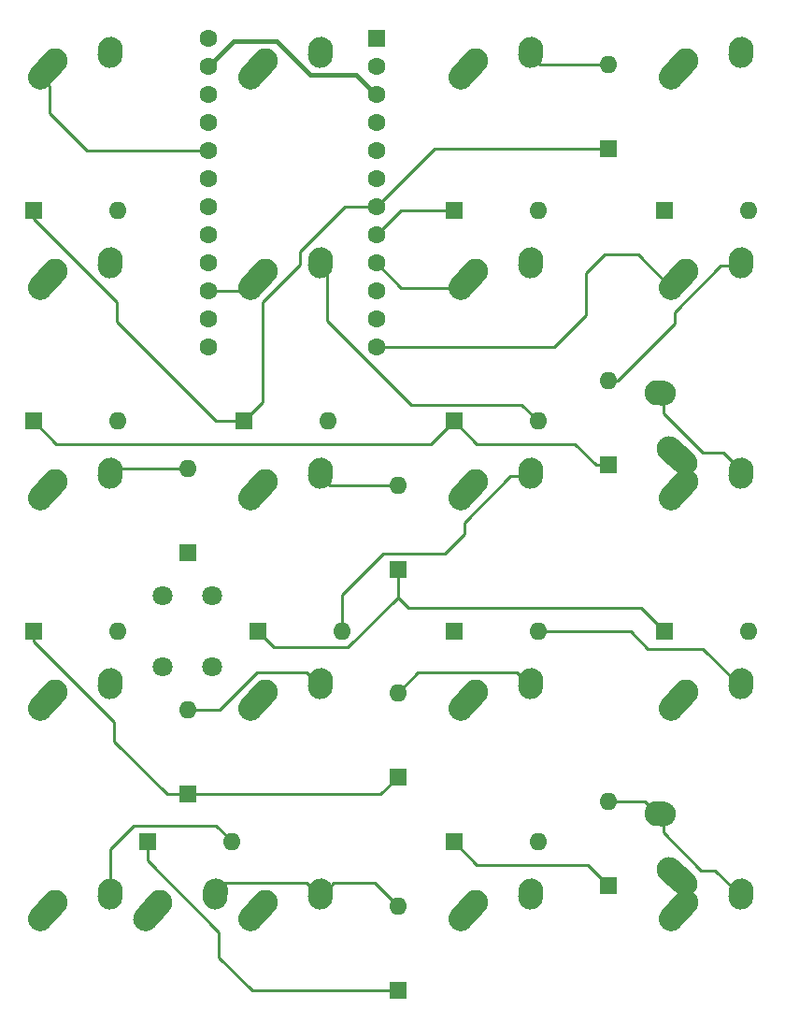
<source format=gbl>
G04 #@! TF.GenerationSoftware,KiCad,Pcbnew,5.1.10-5.1.10*
G04 #@! TF.CreationDate,2021-07-11T16:52:34+05:30*
G04 #@! TF.ProjectId,Soyuz,536f7975-7a2e-46b6-9963-61645f706362,rev?*
G04 #@! TF.SameCoordinates,Original*
G04 #@! TF.FileFunction,Copper,L2,Bot*
G04 #@! TF.FilePolarity,Positive*
%FSLAX46Y46*%
G04 Gerber Fmt 4.6, Leading zero omitted, Abs format (unit mm)*
G04 Created by KiCad (PCBNEW 5.1.10-5.1.10) date 2021-07-11 16:52:34*
%MOMM*%
%LPD*%
G01*
G04 APERTURE LIST*
G04 #@! TA.AperFunction,ComponentPad*
%ADD10C,1.600000*%
G04 #@! TD*
G04 #@! TA.AperFunction,ComponentPad*
%ADD11R,1.600000X1.600000*%
G04 #@! TD*
G04 #@! TA.AperFunction,ComponentPad*
%ADD12C,2.250000*%
G04 #@! TD*
G04 #@! TA.AperFunction,ComponentPad*
%ADD13C,1.800000*%
G04 #@! TD*
G04 #@! TA.AperFunction,ComponentPad*
%ADD14O,1.600000X1.600000*%
G04 #@! TD*
G04 #@! TA.AperFunction,Conductor*
%ADD15C,0.250000*%
G04 #@! TD*
G04 #@! TA.AperFunction,Conductor*
%ADD16C,0.381000*%
G04 #@! TD*
G04 APERTURE END LIST*
D10*
X51117500Y-33655000D03*
X51117500Y-36195000D03*
X51117500Y-38735000D03*
X51117500Y-41275000D03*
X51117500Y-43815000D03*
X51117500Y-46355000D03*
X51117500Y-48895000D03*
X51117500Y-51435000D03*
X51117500Y-53975000D03*
X51117500Y-56515000D03*
X51117500Y-59055000D03*
X51117500Y-61595000D03*
X66357500Y-61595000D03*
X66357500Y-59055000D03*
X66357500Y-56515000D03*
X66357500Y-53975000D03*
X66357500Y-51435000D03*
X66357500Y-48895000D03*
X66357500Y-46355000D03*
X66357500Y-43815000D03*
X66357500Y-41275000D03*
X66357500Y-38735000D03*
X66357500Y-36195000D03*
D11*
X66357500Y-33655000D03*
D12*
X37187500Y-35687500D03*
G04 #@! TA.AperFunction,ComponentPad*
G36*
G01*
X35126188Y-37984850D02*
X35126183Y-37984845D01*
G75*
G02*
X35040155Y-36396183I751317J837345D01*
G01*
X36350157Y-34936183D01*
G75*
G02*
X37938819Y-34850155I837345J-751317D01*
G01*
X37938819Y-34850155D01*
G75*
G02*
X38024847Y-36438817I-751317J-837345D01*
G01*
X36714845Y-37898817D01*
G75*
G02*
X35126183Y-37984845I-837345J751317D01*
G01*
G37*
G04 #@! TD.AperFunction*
X42227500Y-34607500D03*
G04 #@! TA.AperFunction,ComponentPad*
G36*
G01*
X42110983Y-36309895D02*
X42110097Y-36309834D01*
G75*
G02*
X41065166Y-35110097I77403J1122334D01*
G01*
X41105166Y-34530097D01*
G75*
G02*
X42304903Y-33485166I1122334J-77403D01*
G01*
X42304903Y-33485166D01*
G75*
G02*
X43349834Y-34684903I-77403J-1122334D01*
G01*
X43309834Y-35264903D01*
G75*
G02*
X42110097Y-36309834I-1122334J77403D01*
G01*
G37*
G04 #@! TD.AperFunction*
X56237500Y-35687500D03*
G04 #@! TA.AperFunction,ComponentPad*
G36*
G01*
X54176188Y-37984850D02*
X54176183Y-37984845D01*
G75*
G02*
X54090155Y-36396183I751317J837345D01*
G01*
X55400157Y-34936183D01*
G75*
G02*
X56988819Y-34850155I837345J-751317D01*
G01*
X56988819Y-34850155D01*
G75*
G02*
X57074847Y-36438817I-751317J-837345D01*
G01*
X55764845Y-37898817D01*
G75*
G02*
X54176183Y-37984845I-837345J751317D01*
G01*
G37*
G04 #@! TD.AperFunction*
X61277500Y-34607500D03*
G04 #@! TA.AperFunction,ComponentPad*
G36*
G01*
X61160983Y-36309895D02*
X61160097Y-36309834D01*
G75*
G02*
X60115166Y-35110097I77403J1122334D01*
G01*
X60155166Y-34530097D01*
G75*
G02*
X61354903Y-33485166I1122334J-77403D01*
G01*
X61354903Y-33485166D01*
G75*
G02*
X62399834Y-34684903I-77403J-1122334D01*
G01*
X62359834Y-35264903D01*
G75*
G02*
X61160097Y-36309834I-1122334J77403D01*
G01*
G37*
G04 #@! TD.AperFunction*
X75287500Y-35687500D03*
G04 #@! TA.AperFunction,ComponentPad*
G36*
G01*
X73226188Y-37984850D02*
X73226183Y-37984845D01*
G75*
G02*
X73140155Y-36396183I751317J837345D01*
G01*
X74450157Y-34936183D01*
G75*
G02*
X76038819Y-34850155I837345J-751317D01*
G01*
X76038819Y-34850155D01*
G75*
G02*
X76124847Y-36438817I-751317J-837345D01*
G01*
X74814845Y-37898817D01*
G75*
G02*
X73226183Y-37984845I-837345J751317D01*
G01*
G37*
G04 #@! TD.AperFunction*
X80327500Y-34607500D03*
G04 #@! TA.AperFunction,ComponentPad*
G36*
G01*
X80210983Y-36309895D02*
X80210097Y-36309834D01*
G75*
G02*
X79165166Y-35110097I77403J1122334D01*
G01*
X79205166Y-34530097D01*
G75*
G02*
X80404903Y-33485166I1122334J-77403D01*
G01*
X80404903Y-33485166D01*
G75*
G02*
X81449834Y-34684903I-77403J-1122334D01*
G01*
X81409834Y-35264903D01*
G75*
G02*
X80210097Y-36309834I-1122334J77403D01*
G01*
G37*
G04 #@! TD.AperFunction*
X94337500Y-35687500D03*
G04 #@! TA.AperFunction,ComponentPad*
G36*
G01*
X92276188Y-37984850D02*
X92276183Y-37984845D01*
G75*
G02*
X92190155Y-36396183I751317J837345D01*
G01*
X93500157Y-34936183D01*
G75*
G02*
X95088819Y-34850155I837345J-751317D01*
G01*
X95088819Y-34850155D01*
G75*
G02*
X95174847Y-36438817I-751317J-837345D01*
G01*
X93864845Y-37898817D01*
G75*
G02*
X92276183Y-37984845I-837345J751317D01*
G01*
G37*
G04 #@! TD.AperFunction*
X99377500Y-34607500D03*
G04 #@! TA.AperFunction,ComponentPad*
G36*
G01*
X99260983Y-36309895D02*
X99260097Y-36309834D01*
G75*
G02*
X98215166Y-35110097I77403J1122334D01*
G01*
X98255166Y-34530097D01*
G75*
G02*
X99454903Y-33485166I1122334J-77403D01*
G01*
X99454903Y-33485166D01*
G75*
G02*
X100499834Y-34684903I-77403J-1122334D01*
G01*
X100459834Y-35264903D01*
G75*
G02*
X99260097Y-36309834I-1122334J77403D01*
G01*
G37*
G04 #@! TD.AperFunction*
X37187500Y-54737500D03*
G04 #@! TA.AperFunction,ComponentPad*
G36*
G01*
X35126188Y-57034850D02*
X35126183Y-57034845D01*
G75*
G02*
X35040155Y-55446183I751317J837345D01*
G01*
X36350157Y-53986183D01*
G75*
G02*
X37938819Y-53900155I837345J-751317D01*
G01*
X37938819Y-53900155D01*
G75*
G02*
X38024847Y-55488817I-751317J-837345D01*
G01*
X36714845Y-56948817D01*
G75*
G02*
X35126183Y-57034845I-837345J751317D01*
G01*
G37*
G04 #@! TD.AperFunction*
X42227500Y-53657500D03*
G04 #@! TA.AperFunction,ComponentPad*
G36*
G01*
X42110983Y-55359895D02*
X42110097Y-55359834D01*
G75*
G02*
X41065166Y-54160097I77403J1122334D01*
G01*
X41105166Y-53580097D01*
G75*
G02*
X42304903Y-52535166I1122334J-77403D01*
G01*
X42304903Y-52535166D01*
G75*
G02*
X43349834Y-53734903I-77403J-1122334D01*
G01*
X43309834Y-54314903D01*
G75*
G02*
X42110097Y-55359834I-1122334J77403D01*
G01*
G37*
G04 #@! TD.AperFunction*
X56237500Y-54737500D03*
G04 #@! TA.AperFunction,ComponentPad*
G36*
G01*
X54176188Y-57034850D02*
X54176183Y-57034845D01*
G75*
G02*
X54090155Y-55446183I751317J837345D01*
G01*
X55400157Y-53986183D01*
G75*
G02*
X56988819Y-53900155I837345J-751317D01*
G01*
X56988819Y-53900155D01*
G75*
G02*
X57074847Y-55488817I-751317J-837345D01*
G01*
X55764845Y-56948817D01*
G75*
G02*
X54176183Y-57034845I-837345J751317D01*
G01*
G37*
G04 #@! TD.AperFunction*
X61277500Y-53657500D03*
G04 #@! TA.AperFunction,ComponentPad*
G36*
G01*
X61160983Y-55359895D02*
X61160097Y-55359834D01*
G75*
G02*
X60115166Y-54160097I77403J1122334D01*
G01*
X60155166Y-53580097D01*
G75*
G02*
X61354903Y-52535166I1122334J-77403D01*
G01*
X61354903Y-52535166D01*
G75*
G02*
X62399834Y-53734903I-77403J-1122334D01*
G01*
X62359834Y-54314903D01*
G75*
G02*
X61160097Y-55359834I-1122334J77403D01*
G01*
G37*
G04 #@! TD.AperFunction*
X75287500Y-54737500D03*
G04 #@! TA.AperFunction,ComponentPad*
G36*
G01*
X73226188Y-57034850D02*
X73226183Y-57034845D01*
G75*
G02*
X73140155Y-55446183I751317J837345D01*
G01*
X74450157Y-53986183D01*
G75*
G02*
X76038819Y-53900155I837345J-751317D01*
G01*
X76038819Y-53900155D01*
G75*
G02*
X76124847Y-55488817I-751317J-837345D01*
G01*
X74814845Y-56948817D01*
G75*
G02*
X73226183Y-57034845I-837345J751317D01*
G01*
G37*
G04 #@! TD.AperFunction*
X80327500Y-53657500D03*
G04 #@! TA.AperFunction,ComponentPad*
G36*
G01*
X80210983Y-55359895D02*
X80210097Y-55359834D01*
G75*
G02*
X79165166Y-54160097I77403J1122334D01*
G01*
X79205166Y-53580097D01*
G75*
G02*
X80404903Y-52535166I1122334J-77403D01*
G01*
X80404903Y-52535166D01*
G75*
G02*
X81449834Y-53734903I-77403J-1122334D01*
G01*
X81409834Y-54314903D01*
G75*
G02*
X80210097Y-55359834I-1122334J77403D01*
G01*
G37*
G04 #@! TD.AperFunction*
X94337500Y-54737500D03*
G04 #@! TA.AperFunction,ComponentPad*
G36*
G01*
X92276188Y-57034850D02*
X92276183Y-57034845D01*
G75*
G02*
X92190155Y-55446183I751317J837345D01*
G01*
X93500157Y-53986183D01*
G75*
G02*
X95088819Y-53900155I837345J-751317D01*
G01*
X95088819Y-53900155D01*
G75*
G02*
X95174847Y-55488817I-751317J-837345D01*
G01*
X93864845Y-56948817D01*
G75*
G02*
X92276183Y-57034845I-837345J751317D01*
G01*
G37*
G04 #@! TD.AperFunction*
X99377500Y-53657500D03*
G04 #@! TA.AperFunction,ComponentPad*
G36*
G01*
X99260983Y-55359895D02*
X99260097Y-55359834D01*
G75*
G02*
X98215166Y-54160097I77403J1122334D01*
G01*
X98255166Y-53580097D01*
G75*
G02*
X99454903Y-52535166I1122334J-77403D01*
G01*
X99454903Y-52535166D01*
G75*
G02*
X100499834Y-53734903I-77403J-1122334D01*
G01*
X100459834Y-54314903D01*
G75*
G02*
X99260097Y-55359834I-1122334J77403D01*
G01*
G37*
G04 #@! TD.AperFunction*
X92837500Y-70762500D03*
G04 #@! TA.AperFunction,ComponentPad*
G36*
G01*
X95134850Y-72823812D02*
X95134845Y-72823817D01*
G75*
G02*
X93546183Y-72909845I-837345J751317D01*
G01*
X92086183Y-71599843D01*
G75*
G02*
X92000155Y-70011181I751317J837345D01*
G01*
X92000155Y-70011181D01*
G75*
G02*
X93588817Y-69925153I837345J-751317D01*
G01*
X95048817Y-71235155D01*
G75*
G02*
X95134845Y-72823817I-751317J-837345D01*
G01*
G37*
G04 #@! TD.AperFunction*
X91757500Y-65722500D03*
G04 #@! TA.AperFunction,ComponentPad*
G36*
G01*
X93459895Y-65839017D02*
X93459834Y-65839903D01*
G75*
G02*
X92260097Y-66884834I-1122334J77403D01*
G01*
X91680097Y-66844834D01*
G75*
G02*
X90635166Y-65645097I77403J1122334D01*
G01*
X90635166Y-65645097D01*
G75*
G02*
X91834903Y-64600166I1122334J-77403D01*
G01*
X92414903Y-64640166D01*
G75*
G02*
X93459834Y-65839903I-77403J-1122334D01*
G01*
G37*
G04 #@! TD.AperFunction*
X37187500Y-73787500D03*
G04 #@! TA.AperFunction,ComponentPad*
G36*
G01*
X35126188Y-76084850D02*
X35126183Y-76084845D01*
G75*
G02*
X35040155Y-74496183I751317J837345D01*
G01*
X36350157Y-73036183D01*
G75*
G02*
X37938819Y-72950155I837345J-751317D01*
G01*
X37938819Y-72950155D01*
G75*
G02*
X38024847Y-74538817I-751317J-837345D01*
G01*
X36714845Y-75998817D01*
G75*
G02*
X35126183Y-76084845I-837345J751317D01*
G01*
G37*
G04 #@! TD.AperFunction*
X42227500Y-72707500D03*
G04 #@! TA.AperFunction,ComponentPad*
G36*
G01*
X42110983Y-74409895D02*
X42110097Y-74409834D01*
G75*
G02*
X41065166Y-73210097I77403J1122334D01*
G01*
X41105166Y-72630097D01*
G75*
G02*
X42304903Y-71585166I1122334J-77403D01*
G01*
X42304903Y-71585166D01*
G75*
G02*
X43349834Y-72784903I-77403J-1122334D01*
G01*
X43309834Y-73364903D01*
G75*
G02*
X42110097Y-74409834I-1122334J77403D01*
G01*
G37*
G04 #@! TD.AperFunction*
X56237500Y-73787500D03*
G04 #@! TA.AperFunction,ComponentPad*
G36*
G01*
X54176188Y-76084850D02*
X54176183Y-76084845D01*
G75*
G02*
X54090155Y-74496183I751317J837345D01*
G01*
X55400157Y-73036183D01*
G75*
G02*
X56988819Y-72950155I837345J-751317D01*
G01*
X56988819Y-72950155D01*
G75*
G02*
X57074847Y-74538817I-751317J-837345D01*
G01*
X55764845Y-75998817D01*
G75*
G02*
X54176183Y-76084845I-837345J751317D01*
G01*
G37*
G04 #@! TD.AperFunction*
X61277500Y-72707500D03*
G04 #@! TA.AperFunction,ComponentPad*
G36*
G01*
X61160983Y-74409895D02*
X61160097Y-74409834D01*
G75*
G02*
X60115166Y-73210097I77403J1122334D01*
G01*
X60155166Y-72630097D01*
G75*
G02*
X61354903Y-71585166I1122334J-77403D01*
G01*
X61354903Y-71585166D01*
G75*
G02*
X62399834Y-72784903I-77403J-1122334D01*
G01*
X62359834Y-73364903D01*
G75*
G02*
X61160097Y-74409834I-1122334J77403D01*
G01*
G37*
G04 #@! TD.AperFunction*
X75287500Y-73787500D03*
G04 #@! TA.AperFunction,ComponentPad*
G36*
G01*
X73226188Y-76084850D02*
X73226183Y-76084845D01*
G75*
G02*
X73140155Y-74496183I751317J837345D01*
G01*
X74450157Y-73036183D01*
G75*
G02*
X76038819Y-72950155I837345J-751317D01*
G01*
X76038819Y-72950155D01*
G75*
G02*
X76124847Y-74538817I-751317J-837345D01*
G01*
X74814845Y-75998817D01*
G75*
G02*
X73226183Y-76084845I-837345J751317D01*
G01*
G37*
G04 #@! TD.AperFunction*
X80327500Y-72707500D03*
G04 #@! TA.AperFunction,ComponentPad*
G36*
G01*
X80210983Y-74409895D02*
X80210097Y-74409834D01*
G75*
G02*
X79165166Y-73210097I77403J1122334D01*
G01*
X79205166Y-72630097D01*
G75*
G02*
X80404903Y-71585166I1122334J-77403D01*
G01*
X80404903Y-71585166D01*
G75*
G02*
X81449834Y-72784903I-77403J-1122334D01*
G01*
X81409834Y-73364903D01*
G75*
G02*
X80210097Y-74409834I-1122334J77403D01*
G01*
G37*
G04 #@! TD.AperFunction*
X94337500Y-73787500D03*
G04 #@! TA.AperFunction,ComponentPad*
G36*
G01*
X92276188Y-76084850D02*
X92276183Y-76084845D01*
G75*
G02*
X92190155Y-74496183I751317J837345D01*
G01*
X93500157Y-73036183D01*
G75*
G02*
X95088819Y-72950155I837345J-751317D01*
G01*
X95088819Y-72950155D01*
G75*
G02*
X95174847Y-74538817I-751317J-837345D01*
G01*
X93864845Y-75998817D01*
G75*
G02*
X92276183Y-76084845I-837345J751317D01*
G01*
G37*
G04 #@! TD.AperFunction*
X99377500Y-72707500D03*
G04 #@! TA.AperFunction,ComponentPad*
G36*
G01*
X99260983Y-74409895D02*
X99260097Y-74409834D01*
G75*
G02*
X98215166Y-73210097I77403J1122334D01*
G01*
X98255166Y-72630097D01*
G75*
G02*
X99454903Y-71585166I1122334J-77403D01*
G01*
X99454903Y-71585166D01*
G75*
G02*
X100499834Y-72784903I-77403J-1122334D01*
G01*
X100459834Y-73364903D01*
G75*
G02*
X99260097Y-74409834I-1122334J77403D01*
G01*
G37*
G04 #@! TD.AperFunction*
X37187500Y-92837500D03*
G04 #@! TA.AperFunction,ComponentPad*
G36*
G01*
X35126188Y-95134850D02*
X35126183Y-95134845D01*
G75*
G02*
X35040155Y-93546183I751317J837345D01*
G01*
X36350157Y-92086183D01*
G75*
G02*
X37938819Y-92000155I837345J-751317D01*
G01*
X37938819Y-92000155D01*
G75*
G02*
X38024847Y-93588817I-751317J-837345D01*
G01*
X36714845Y-95048817D01*
G75*
G02*
X35126183Y-95134845I-837345J751317D01*
G01*
G37*
G04 #@! TD.AperFunction*
X42227500Y-91757500D03*
G04 #@! TA.AperFunction,ComponentPad*
G36*
G01*
X42110983Y-93459895D02*
X42110097Y-93459834D01*
G75*
G02*
X41065166Y-92260097I77403J1122334D01*
G01*
X41105166Y-91680097D01*
G75*
G02*
X42304903Y-90635166I1122334J-77403D01*
G01*
X42304903Y-90635166D01*
G75*
G02*
X43349834Y-91834903I-77403J-1122334D01*
G01*
X43309834Y-92414903D01*
G75*
G02*
X42110097Y-93459834I-1122334J77403D01*
G01*
G37*
G04 #@! TD.AperFunction*
X56237500Y-92837500D03*
G04 #@! TA.AperFunction,ComponentPad*
G36*
G01*
X54176188Y-95134850D02*
X54176183Y-95134845D01*
G75*
G02*
X54090155Y-93546183I751317J837345D01*
G01*
X55400157Y-92086183D01*
G75*
G02*
X56988819Y-92000155I837345J-751317D01*
G01*
X56988819Y-92000155D01*
G75*
G02*
X57074847Y-93588817I-751317J-837345D01*
G01*
X55764845Y-95048817D01*
G75*
G02*
X54176183Y-95134845I-837345J751317D01*
G01*
G37*
G04 #@! TD.AperFunction*
X61277500Y-91757500D03*
G04 #@! TA.AperFunction,ComponentPad*
G36*
G01*
X61160983Y-93459895D02*
X61160097Y-93459834D01*
G75*
G02*
X60115166Y-92260097I77403J1122334D01*
G01*
X60155166Y-91680097D01*
G75*
G02*
X61354903Y-90635166I1122334J-77403D01*
G01*
X61354903Y-90635166D01*
G75*
G02*
X62399834Y-91834903I-77403J-1122334D01*
G01*
X62359834Y-92414903D01*
G75*
G02*
X61160097Y-93459834I-1122334J77403D01*
G01*
G37*
G04 #@! TD.AperFunction*
X75287500Y-92837500D03*
G04 #@! TA.AperFunction,ComponentPad*
G36*
G01*
X73226188Y-95134850D02*
X73226183Y-95134845D01*
G75*
G02*
X73140155Y-93546183I751317J837345D01*
G01*
X74450157Y-92086183D01*
G75*
G02*
X76038819Y-92000155I837345J-751317D01*
G01*
X76038819Y-92000155D01*
G75*
G02*
X76124847Y-93588817I-751317J-837345D01*
G01*
X74814845Y-95048817D01*
G75*
G02*
X73226183Y-95134845I-837345J751317D01*
G01*
G37*
G04 #@! TD.AperFunction*
X80327500Y-91757500D03*
G04 #@! TA.AperFunction,ComponentPad*
G36*
G01*
X80210983Y-93459895D02*
X80210097Y-93459834D01*
G75*
G02*
X79165166Y-92260097I77403J1122334D01*
G01*
X79205166Y-91680097D01*
G75*
G02*
X80404903Y-90635166I1122334J-77403D01*
G01*
X80404903Y-90635166D01*
G75*
G02*
X81449834Y-91834903I-77403J-1122334D01*
G01*
X81409834Y-92414903D01*
G75*
G02*
X80210097Y-93459834I-1122334J77403D01*
G01*
G37*
G04 #@! TD.AperFunction*
X94337500Y-92837500D03*
G04 #@! TA.AperFunction,ComponentPad*
G36*
G01*
X92276188Y-95134850D02*
X92276183Y-95134845D01*
G75*
G02*
X92190155Y-93546183I751317J837345D01*
G01*
X93500157Y-92086183D01*
G75*
G02*
X95088819Y-92000155I837345J-751317D01*
G01*
X95088819Y-92000155D01*
G75*
G02*
X95174847Y-93588817I-751317J-837345D01*
G01*
X93864845Y-95048817D01*
G75*
G02*
X92276183Y-95134845I-837345J751317D01*
G01*
G37*
G04 #@! TD.AperFunction*
X99377500Y-91757500D03*
G04 #@! TA.AperFunction,ComponentPad*
G36*
G01*
X99260983Y-93459895D02*
X99260097Y-93459834D01*
G75*
G02*
X98215166Y-92260097I77403J1122334D01*
G01*
X98255166Y-91680097D01*
G75*
G02*
X99454903Y-90635166I1122334J-77403D01*
G01*
X99454903Y-90635166D01*
G75*
G02*
X100499834Y-91834903I-77403J-1122334D01*
G01*
X100459834Y-92414903D01*
G75*
G02*
X99260097Y-93459834I-1122334J77403D01*
G01*
G37*
G04 #@! TD.AperFunction*
X92837500Y-108862500D03*
G04 #@! TA.AperFunction,ComponentPad*
G36*
G01*
X95134850Y-110923812D02*
X95134845Y-110923817D01*
G75*
G02*
X93546183Y-111009845I-837345J751317D01*
G01*
X92086183Y-109699843D01*
G75*
G02*
X92000155Y-108111181I751317J837345D01*
G01*
X92000155Y-108111181D01*
G75*
G02*
X93588817Y-108025153I837345J-751317D01*
G01*
X95048817Y-109335155D01*
G75*
G02*
X95134845Y-110923817I-751317J-837345D01*
G01*
G37*
G04 #@! TD.AperFunction*
X91757500Y-103822500D03*
G04 #@! TA.AperFunction,ComponentPad*
G36*
G01*
X93459895Y-103939017D02*
X93459834Y-103939903D01*
G75*
G02*
X92260097Y-104984834I-1122334J77403D01*
G01*
X91680097Y-104944834D01*
G75*
G02*
X90635166Y-103745097I77403J1122334D01*
G01*
X90635166Y-103745097D01*
G75*
G02*
X91834903Y-102700166I1122334J-77403D01*
G01*
X92414903Y-102740166D01*
G75*
G02*
X93459834Y-103939903I-77403J-1122334D01*
G01*
G37*
G04 #@! TD.AperFunction*
X37187500Y-111887500D03*
G04 #@! TA.AperFunction,ComponentPad*
G36*
G01*
X35126188Y-114184850D02*
X35126183Y-114184845D01*
G75*
G02*
X35040155Y-112596183I751317J837345D01*
G01*
X36350157Y-111136183D01*
G75*
G02*
X37938819Y-111050155I837345J-751317D01*
G01*
X37938819Y-111050155D01*
G75*
G02*
X38024847Y-112638817I-751317J-837345D01*
G01*
X36714845Y-114098817D01*
G75*
G02*
X35126183Y-114184845I-837345J751317D01*
G01*
G37*
G04 #@! TD.AperFunction*
X42227500Y-110807500D03*
G04 #@! TA.AperFunction,ComponentPad*
G36*
G01*
X42110983Y-112509895D02*
X42110097Y-112509834D01*
G75*
G02*
X41065166Y-111310097I77403J1122334D01*
G01*
X41105166Y-110730097D01*
G75*
G02*
X42304903Y-109685166I1122334J-77403D01*
G01*
X42304903Y-109685166D01*
G75*
G02*
X43349834Y-110884903I-77403J-1122334D01*
G01*
X43309834Y-111464903D01*
G75*
G02*
X42110097Y-112509834I-1122334J77403D01*
G01*
G37*
G04 #@! TD.AperFunction*
X56237500Y-111887500D03*
G04 #@! TA.AperFunction,ComponentPad*
G36*
G01*
X54176188Y-114184850D02*
X54176183Y-114184845D01*
G75*
G02*
X54090155Y-112596183I751317J837345D01*
G01*
X55400157Y-111136183D01*
G75*
G02*
X56988819Y-111050155I837345J-751317D01*
G01*
X56988819Y-111050155D01*
G75*
G02*
X57074847Y-112638817I-751317J-837345D01*
G01*
X55764845Y-114098817D01*
G75*
G02*
X54176183Y-114184845I-837345J751317D01*
G01*
G37*
G04 #@! TD.AperFunction*
X61277500Y-110807500D03*
G04 #@! TA.AperFunction,ComponentPad*
G36*
G01*
X61160983Y-112509895D02*
X61160097Y-112509834D01*
G75*
G02*
X60115166Y-111310097I77403J1122334D01*
G01*
X60155166Y-110730097D01*
G75*
G02*
X61354903Y-109685166I1122334J-77403D01*
G01*
X61354903Y-109685166D01*
G75*
G02*
X62399834Y-110884903I-77403J-1122334D01*
G01*
X62359834Y-111464903D01*
G75*
G02*
X61160097Y-112509834I-1122334J77403D01*
G01*
G37*
G04 #@! TD.AperFunction*
X75287500Y-111887500D03*
G04 #@! TA.AperFunction,ComponentPad*
G36*
G01*
X73226188Y-114184850D02*
X73226183Y-114184845D01*
G75*
G02*
X73140155Y-112596183I751317J837345D01*
G01*
X74450157Y-111136183D01*
G75*
G02*
X76038819Y-111050155I837345J-751317D01*
G01*
X76038819Y-111050155D01*
G75*
G02*
X76124847Y-112638817I-751317J-837345D01*
G01*
X74814845Y-114098817D01*
G75*
G02*
X73226183Y-114184845I-837345J751317D01*
G01*
G37*
G04 #@! TD.AperFunction*
X80327500Y-110807500D03*
G04 #@! TA.AperFunction,ComponentPad*
G36*
G01*
X80210983Y-112509895D02*
X80210097Y-112509834D01*
G75*
G02*
X79165166Y-111310097I77403J1122334D01*
G01*
X79205166Y-110730097D01*
G75*
G02*
X80404903Y-109685166I1122334J-77403D01*
G01*
X80404903Y-109685166D01*
G75*
G02*
X81449834Y-110884903I-77403J-1122334D01*
G01*
X81409834Y-111464903D01*
G75*
G02*
X80210097Y-112509834I-1122334J77403D01*
G01*
G37*
G04 #@! TD.AperFunction*
X94337500Y-111887500D03*
G04 #@! TA.AperFunction,ComponentPad*
G36*
G01*
X92276188Y-114184850D02*
X92276183Y-114184845D01*
G75*
G02*
X92190155Y-112596183I751317J837345D01*
G01*
X93500157Y-111136183D01*
G75*
G02*
X95088819Y-111050155I837345J-751317D01*
G01*
X95088819Y-111050155D01*
G75*
G02*
X95174847Y-112638817I-751317J-837345D01*
G01*
X93864845Y-114098817D01*
G75*
G02*
X92276183Y-114184845I-837345J751317D01*
G01*
G37*
G04 #@! TD.AperFunction*
X99377500Y-110807500D03*
G04 #@! TA.AperFunction,ComponentPad*
G36*
G01*
X99260983Y-112509895D02*
X99260097Y-112509834D01*
G75*
G02*
X98215166Y-111310097I77403J1122334D01*
G01*
X98255166Y-110730097D01*
G75*
G02*
X99454903Y-109685166I1122334J-77403D01*
G01*
X99454903Y-109685166D01*
G75*
G02*
X100499834Y-110884903I-77403J-1122334D01*
G01*
X100459834Y-111464903D01*
G75*
G02*
X99260097Y-112509834I-1122334J77403D01*
G01*
G37*
G04 #@! TD.AperFunction*
X46712500Y-111887500D03*
G04 #@! TA.AperFunction,ComponentPad*
G36*
G01*
X44651188Y-114184850D02*
X44651183Y-114184845D01*
G75*
G02*
X44565155Y-112596183I751317J837345D01*
G01*
X45875157Y-111136183D01*
G75*
G02*
X47463819Y-111050155I837345J-751317D01*
G01*
X47463819Y-111050155D01*
G75*
G02*
X47549847Y-112638817I-751317J-837345D01*
G01*
X46239845Y-114098817D01*
G75*
G02*
X44651183Y-114184845I-837345J751317D01*
G01*
G37*
G04 #@! TD.AperFunction*
X51752500Y-110807500D03*
G04 #@! TA.AperFunction,ComponentPad*
G36*
G01*
X51635983Y-112509895D02*
X51635097Y-112509834D01*
G75*
G02*
X50590166Y-111310097I77403J1122334D01*
G01*
X50630166Y-110730097D01*
G75*
G02*
X51829903Y-109685166I1122334J-77403D01*
G01*
X51829903Y-109685166D01*
G75*
G02*
X52874834Y-110884903I-77403J-1122334D01*
G01*
X52834834Y-111464903D01*
G75*
G02*
X51635097Y-112509834I-1122334J77403D01*
G01*
G37*
G04 #@! TD.AperFunction*
D13*
X51462500Y-90562500D03*
X46962500Y-84062500D03*
X46962500Y-90562500D03*
X51462500Y-84062500D03*
D14*
X42862500Y-49212500D03*
D11*
X35242500Y-49212500D03*
D14*
X61912500Y-68262500D03*
D11*
X54292500Y-68262500D03*
D14*
X87312500Y-36036250D03*
D11*
X87312500Y-43656250D03*
X92392500Y-49212500D03*
D14*
X100012500Y-49212500D03*
X42862500Y-68262500D03*
D11*
X35242500Y-68262500D03*
X73342500Y-68262500D03*
D14*
X80962500Y-68262500D03*
X80962500Y-49212500D03*
D11*
X73342500Y-49212500D03*
X87312500Y-72231250D03*
D14*
X87312500Y-64611250D03*
X49212500Y-72548750D03*
D11*
X49212500Y-80168750D03*
X68262500Y-81756250D03*
D14*
X68262500Y-74136250D03*
X63182500Y-87312500D03*
D11*
X55562500Y-87312500D03*
X92392500Y-87312500D03*
D14*
X100012500Y-87312500D03*
X42862500Y-87312500D03*
D11*
X35242500Y-87312500D03*
D14*
X49212500Y-94456250D03*
D11*
X49212500Y-102076250D03*
D14*
X68262500Y-92868750D03*
D11*
X68262500Y-100488750D03*
X73342500Y-87312500D03*
D14*
X80962500Y-87312500D03*
X53181250Y-106362500D03*
D11*
X45561250Y-106362500D03*
X68262500Y-119856250D03*
D14*
X68262500Y-112236250D03*
D11*
X73342500Y-106362500D03*
D14*
X80962500Y-106362500D03*
D11*
X87312500Y-110331250D03*
D14*
X87312500Y-102711250D03*
D15*
X81136250Y-36036250D02*
X80287500Y-35187500D01*
X87312500Y-36036250D02*
X81136250Y-36036250D01*
X61849000Y-54849000D02*
X61237500Y-54237500D01*
X61849000Y-59182000D02*
X61849000Y-54849000D01*
X69469000Y-66802000D02*
X61849000Y-59182000D01*
X80962500Y-68262500D02*
X79502000Y-66802000D01*
X79502000Y-66802000D02*
X69469000Y-66802000D01*
X87312500Y-64611250D02*
X88169750Y-64611250D01*
X88169750Y-64611250D02*
X93345000Y-59436000D01*
X93345000Y-59436000D02*
X93345000Y-58420000D01*
X97527500Y-54237500D02*
X99337500Y-54237500D01*
X93345000Y-58420000D02*
X97527500Y-54237500D01*
X42926250Y-72548750D02*
X42187500Y-73287500D01*
X49212500Y-72548750D02*
X42926250Y-72548750D01*
X62086250Y-74136250D02*
X61237500Y-73287500D01*
X68262500Y-74136250D02*
X62086250Y-74136250D01*
X74295000Y-78486000D02*
X74295000Y-77470000D01*
X78477500Y-73287500D02*
X80287500Y-73287500D01*
X74295000Y-77470000D02*
X78477500Y-73287500D01*
X72517000Y-80264000D02*
X66929000Y-80264000D01*
X72517000Y-80264000D02*
X74295000Y-78486000D01*
X63182500Y-84010500D02*
X63182500Y-87312500D01*
X66929000Y-80264000D02*
X63182500Y-84010500D01*
X92337500Y-65762500D02*
X92337500Y-67572500D01*
X92337500Y-67572500D02*
X95885000Y-71120000D01*
X97790000Y-71120000D02*
X99377500Y-72707500D01*
X95885000Y-71120000D02*
X97790000Y-71120000D01*
X49212500Y-94456250D02*
X52101750Y-94456250D01*
X52101750Y-94456250D02*
X55499000Y-91059000D01*
X59959000Y-91059000D02*
X61237500Y-92337500D01*
X55499000Y-91059000D02*
X59959000Y-91059000D01*
X68262500Y-92868750D02*
X68294250Y-92868750D01*
X68294250Y-92868750D02*
X70104000Y-91059000D01*
X79009000Y-91059000D02*
X80287500Y-92337500D01*
X70104000Y-91059000D02*
X79009000Y-91059000D01*
X95900000Y-88900000D02*
X99337500Y-92337500D01*
X80962500Y-87312500D02*
X89344500Y-87312500D01*
X90932000Y-88900000D02*
X95900000Y-88900000D01*
X89344500Y-87312500D02*
X90932000Y-88900000D01*
X53181250Y-106362500D02*
X53181250Y-106267250D01*
X53181250Y-106267250D02*
X51816000Y-104902000D01*
X51816000Y-104902000D02*
X44323000Y-104902000D01*
X42227500Y-106997500D02*
X42227500Y-110807500D01*
X44323000Y-104902000D02*
X42227500Y-106997500D01*
X59959000Y-110109000D02*
X61237500Y-111387500D01*
X51752500Y-110807500D02*
X52451000Y-110109000D01*
X52451000Y-110109000D02*
X59959000Y-110109000D01*
X61237500Y-111387500D02*
X61237500Y-111355500D01*
X61237500Y-111355500D02*
X62484000Y-110109000D01*
X66135250Y-110109000D02*
X68262500Y-112236250D01*
X62484000Y-110109000D02*
X66135250Y-110109000D01*
X90646250Y-102711250D02*
X91757500Y-103822500D01*
X87312500Y-102711250D02*
X90646250Y-102711250D01*
X99337500Y-111387500D02*
X99337500Y-111275500D01*
X99337500Y-111275500D02*
X97028000Y-108966000D01*
X97028000Y-108966000D02*
X95758000Y-108966000D01*
X92337500Y-105545500D02*
X92337500Y-103862500D01*
X95758000Y-108966000D02*
X92337500Y-105545500D01*
D16*
X53403500Y-33909000D02*
X51117500Y-36195000D01*
X57277000Y-33909000D02*
X53403500Y-33909000D01*
X60325000Y-36957000D02*
X57277000Y-33909000D01*
X64516000Y-36957000D02*
X60325000Y-36957000D01*
X66357500Y-38735000D02*
X66294000Y-38735000D01*
X66294000Y-38735000D02*
X64516000Y-36957000D01*
D15*
X54292500Y-68262500D02*
X51752500Y-68262500D01*
X51752500Y-68262500D02*
X42799000Y-59309000D01*
X42799000Y-59309000D02*
X42799000Y-57531000D01*
X35242500Y-49974500D02*
X35242500Y-49212500D01*
X42799000Y-57531000D02*
X35242500Y-49974500D01*
X71596250Y-43656250D02*
X66357500Y-48895000D01*
X87312500Y-43656250D02*
X71596250Y-43656250D01*
X63500000Y-48895000D02*
X66357500Y-48895000D01*
X59436000Y-52959000D02*
X63500000Y-48895000D01*
X59436000Y-54102000D02*
X59436000Y-52959000D01*
X56007000Y-57531000D02*
X59436000Y-54102000D01*
X54292500Y-68262500D02*
X56007000Y-66548000D01*
X56007000Y-66548000D02*
X56007000Y-57531000D01*
X87312500Y-72231250D02*
X86201250Y-72231250D01*
X86201250Y-72231250D02*
X84328000Y-70358000D01*
X75438000Y-70358000D02*
X73342500Y-68262500D01*
X84328000Y-70358000D02*
X75438000Y-70358000D01*
X37338000Y-70358000D02*
X35242500Y-68262500D01*
X73342500Y-68262500D02*
X71247000Y-70358000D01*
X71247000Y-70358000D02*
X37338000Y-70358000D01*
X68580000Y-49212500D02*
X66357500Y-51435000D01*
X73342500Y-49212500D02*
X68580000Y-49212500D01*
X68262500Y-81756250D02*
X68262500Y-84264500D01*
X68262500Y-84264500D02*
X63754000Y-88773000D01*
X57023000Y-88773000D02*
X55562500Y-87312500D01*
X63754000Y-88773000D02*
X57023000Y-88773000D01*
X90297000Y-85217000D02*
X92392500Y-87312500D01*
X69215000Y-85217000D02*
X90297000Y-85217000D01*
X68262500Y-84264500D02*
X69215000Y-85217000D01*
X66675000Y-102076250D02*
X68262500Y-100488750D01*
X49212500Y-102076250D02*
X66675000Y-102076250D01*
X35242500Y-87312500D02*
X35242500Y-88201500D01*
X35242500Y-88201500D02*
X42545000Y-95504000D01*
X42545000Y-95504000D02*
X42545000Y-97282000D01*
X47339250Y-102076250D02*
X49212500Y-102076250D01*
X42545000Y-97282000D02*
X47339250Y-102076250D01*
X45561250Y-106362500D02*
X45561250Y-108045250D01*
X45561250Y-108045250D02*
X52070000Y-114554000D01*
X52070000Y-114554000D02*
X52070000Y-116840000D01*
X55086250Y-119856250D02*
X68262500Y-119856250D01*
X52070000Y-116840000D02*
X55086250Y-119856250D01*
X85439250Y-108458000D02*
X87312500Y-110331250D01*
X73342500Y-106362500D02*
X75438000Y-108458000D01*
X75438000Y-108458000D02*
X85439250Y-108458000D01*
X51117500Y-43815000D02*
X40132000Y-43815000D01*
X40132000Y-43815000D02*
X36703000Y-40386000D01*
X36703000Y-37973000D02*
X35877500Y-37147500D01*
X36703000Y-40386000D02*
X36703000Y-37973000D01*
X54610000Y-56515000D02*
X54927500Y-56197500D01*
X51117500Y-56515000D02*
X54610000Y-56515000D01*
X68580000Y-56197500D02*
X66357500Y-53975000D01*
X73977500Y-56197500D02*
X68580000Y-56197500D01*
X82423000Y-61595000D02*
X66357500Y-61595000D01*
X85344000Y-58674000D02*
X82423000Y-61595000D01*
X85344000Y-54864000D02*
X85344000Y-58674000D01*
X86995000Y-53213000D02*
X85344000Y-54864000D01*
X93027500Y-56197500D02*
X90043000Y-53213000D01*
X90043000Y-53213000D02*
X86995000Y-53213000D01*
M02*

</source>
